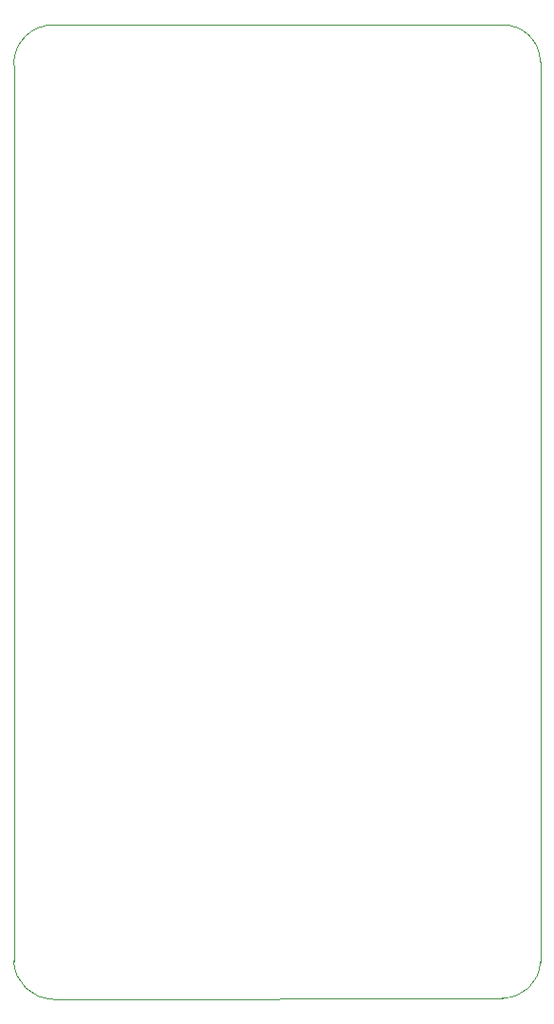
<source format=gm1>
G04 #@! TF.GenerationSoftware,KiCad,Pcbnew,9.0.4-9.0.4-0~ubuntu22.04.1*
G04 #@! TF.CreationDate,2025-09-21T20:47:08-04:00*
G04 #@! TF.ProjectId,Pico_RF_V1,5069636f-5f52-4465-9f56-312e6b696361,rev?*
G04 #@! TF.SameCoordinates,Original*
G04 #@! TF.FileFunction,Profile,NP*
%FSLAX46Y46*%
G04 Gerber Fmt 4.6, Leading zero omitted, Abs format (unit mm)*
G04 Created by KiCad (PCBNEW 9.0.4-9.0.4-0~ubuntu22.04.1) date 2025-09-21 20:47:08*
%MOMM*%
%LPD*%
G01*
G04 APERTURE LIST*
G04 #@! TA.AperFunction,Profile*
%ADD10C,0.100000*%
G04 #@! TD*
G04 APERTURE END LIST*
D10*
X143600000Y-63004164D02*
G75*
G02*
X146997353Y-66300000I100000J-3295836D01*
G01*
X103600000Y-63000000D02*
X143600000Y-63004163D01*
X147000000Y-146595837D02*
G75*
G02*
X143605601Y-149800041I-3300000J95837D01*
G01*
X143605601Y-149800041D02*
X103500000Y-149902235D01*
X100000000Y-146525126D02*
X100000000Y-66600000D01*
X103500000Y-149902235D02*
G75*
G02*
X100000001Y-146525126I0J3502235D01*
G01*
X147000000Y-66300000D02*
X147000000Y-146595837D01*
X100000000Y-66600000D02*
G75*
G02*
X103600000Y-63000000I3500000J100000D01*
G01*
M02*

</source>
